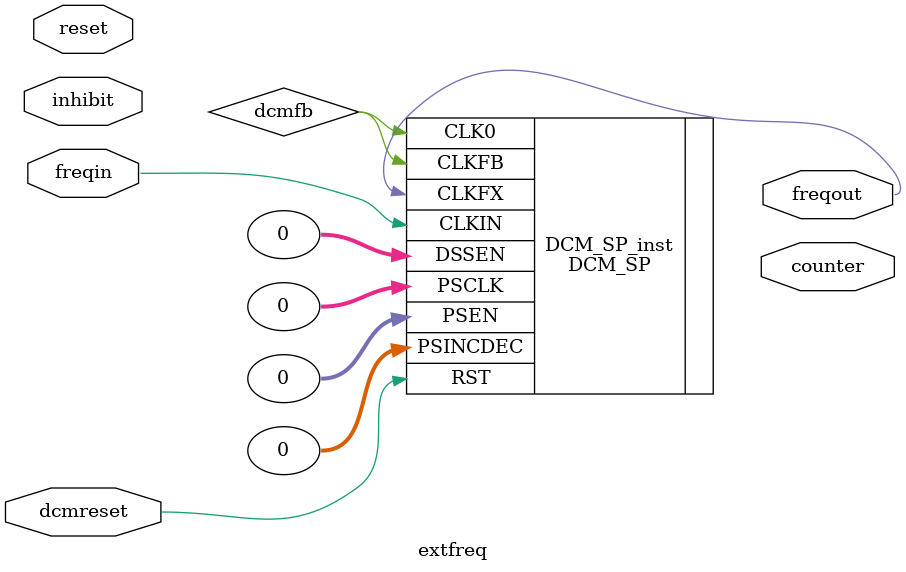
<source format=v>
`timescale 1ns / 1ps
module extfreq(
	input	 	freqin,		// external frequency input, 125/8 MHz expected
	output 		freqout,	// output 125 MHz
	output [21:0] 	counter,	// 125 MHz counter
	input 		reset,		// reset counter
	input 		inhibit,	// inhibit counter
	input 		dcmreset	// reset DCM
);

	reg		inh;		// inhibit latched by local frequency
	reg		res;		// reset latched by local frequency
	wire		dcmfb;		// DCM feedback

	   // DCM_SP: Digital Clock Manager
   //         Spartan-6
   // Xilinx HDL Language Template, version 14.7

	DCM_SP #(
		.CLKFX_MULTIPLY(8),	// Multiply value on CLKFX outputs - M - (2-32)
		.CLKIN_PERIOD(64.0),	// Input clock period specified in nS
		.CLK_FEEDBACK("1X"),	// Feedback source (NONE, 1X, 2X)
	) DCM_SP_inst (
		.CLK0(dcmfb),		// 1-bit output: 0 degree clock output
		.CLKFX(freqout),	// 1-bit output: Digital Frequency Synthesizer output (DFS)
		.CLKFB(dcmfb),		// 1-bit input: Clock feedback input
		.CLKIN(freqin),		// 1-bit input: Clock input
		.DSSEN(0),		// 1-bit input: Unsupported, specify to GND.
		.PSCLK(0),		// 1-bit input: Phase shift clock input
		.PSEN(0),	 	// 1-bit input: Phase shift enable
		.PSINCDEC(0),		// 1-bit input: Phase shift increment/decrement input
		.RST(dcmreset)		// 1-bit input: Active high reset input
	);

	
endmodule

</source>
